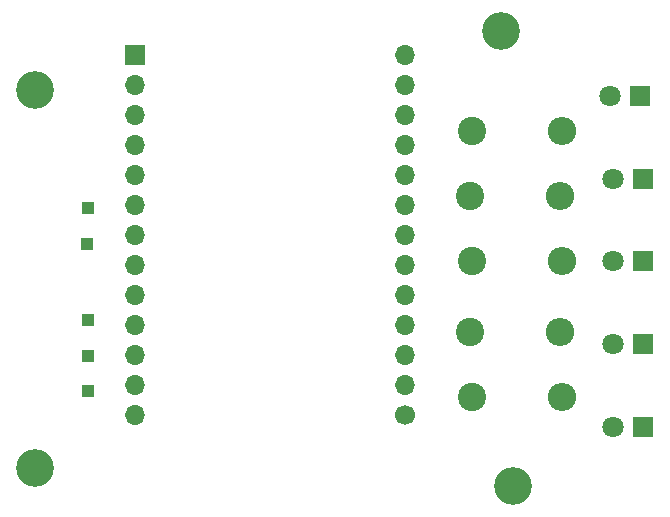
<source format=gbr>
%TF.GenerationSoftware,KiCad,Pcbnew,6.0.4-6f826c9f35~116~ubuntu20.04.1*%
%TF.CreationDate,2022-04-29T17:40:21+02:00*%
%TF.ProjectId,wlap,776c6170-2e6b-4696-9361-645f70636258,rev?*%
%TF.SameCoordinates,Original*%
%TF.FileFunction,Soldermask,Bot*%
%TF.FilePolarity,Negative*%
%FSLAX46Y46*%
G04 Gerber Fmt 4.6, Leading zero omitted, Abs format (unit mm)*
G04 Created by KiCad (PCBNEW 6.0.4-6f826c9f35~116~ubuntu20.04.1) date 2022-04-29 17:40:21*
%MOMM*%
%LPD*%
G01*
G04 APERTURE LIST*
%ADD10C,3.200000*%
%ADD11C,2.400000*%
%ADD12O,2.400000X2.400000*%
%ADD13R,1.800000X1.800000*%
%ADD14C,1.800000*%
%ADD15R,1.000000X1.000000*%
%ADD16R,1.700000X1.700000*%
%ADD17O,1.700000X1.700000*%
%ADD18C,1.700000*%
G04 APERTURE END LIST*
D10*
%TO.C,REF\u002A\u002A*%
X109000000Y-109000000D03*
%TD*%
%TO.C,REF\u002A\u002A*%
X68500000Y-107500000D03*
%TD*%
%TO.C,REF\u002A\u002A*%
X108000000Y-70500000D03*
%TD*%
%TO.C,REF\u002A\u002A*%
X68500000Y-75500000D03*
%TD*%
D11*
%TO.C,R5*%
X105500000Y-101500000D03*
D12*
X113120000Y-101500000D03*
%TD*%
D13*
%TO.C,D1*%
X119775000Y-76000000D03*
D14*
X117235000Y-76000000D03*
%TD*%
D13*
%TO.C,D4*%
X120000000Y-97000000D03*
D14*
X117460000Y-97000000D03*
%TD*%
D15*
%TO.C,J3*%
X72925000Y-88500000D03*
%TD*%
%TO.C,J2*%
X73000000Y-85500000D03*
%TD*%
D11*
%TO.C,R2*%
X105340000Y-84500000D03*
D12*
X112960000Y-84500000D03*
%TD*%
D15*
%TO.C,J5*%
X73000000Y-101000000D03*
%TD*%
D11*
%TO.C,R3*%
X105500000Y-90000000D03*
D12*
X113120000Y-90000000D03*
%TD*%
D15*
%TO.C,J4*%
X73000000Y-95000000D03*
%TD*%
D16*
%TO.C,U1*%
X77000000Y-72500000D03*
D17*
X77000000Y-75040000D03*
X77000000Y-77580000D03*
X77000000Y-80120000D03*
X77000000Y-82660000D03*
X77000000Y-85200000D03*
X77000000Y-87740000D03*
X77000000Y-90280000D03*
X77000000Y-92820000D03*
X77000000Y-95360000D03*
X77000000Y-97900000D03*
X77000000Y-100440000D03*
X77000000Y-102980000D03*
D18*
X99860000Y-102980000D03*
D17*
X99860000Y-100440000D03*
X99860000Y-97900000D03*
X99860000Y-95360000D03*
X99860000Y-92820000D03*
X99860000Y-90280000D03*
X99860000Y-87740000D03*
X99860000Y-85200000D03*
X99860000Y-82660000D03*
X99860000Y-80120000D03*
X99860000Y-77580000D03*
X99860000Y-75040000D03*
X99860000Y-72500000D03*
%TD*%
D13*
%TO.C,D3*%
X120000000Y-90000000D03*
D14*
X117460000Y-90000000D03*
%TD*%
D13*
%TO.C,D2*%
X120000000Y-83000000D03*
D14*
X117460000Y-83000000D03*
%TD*%
D11*
%TO.C,R1*%
X105500000Y-79000000D03*
D12*
X113120000Y-79000000D03*
%TD*%
D11*
%TO.C,R4*%
X105380000Y-96000000D03*
D12*
X113000000Y-96000000D03*
%TD*%
D15*
%TO.C,J1*%
X73000000Y-98000000D03*
%TD*%
D13*
%TO.C,D5*%
X120000000Y-104000000D03*
D14*
X117460000Y-104000000D03*
%TD*%
M02*

</source>
